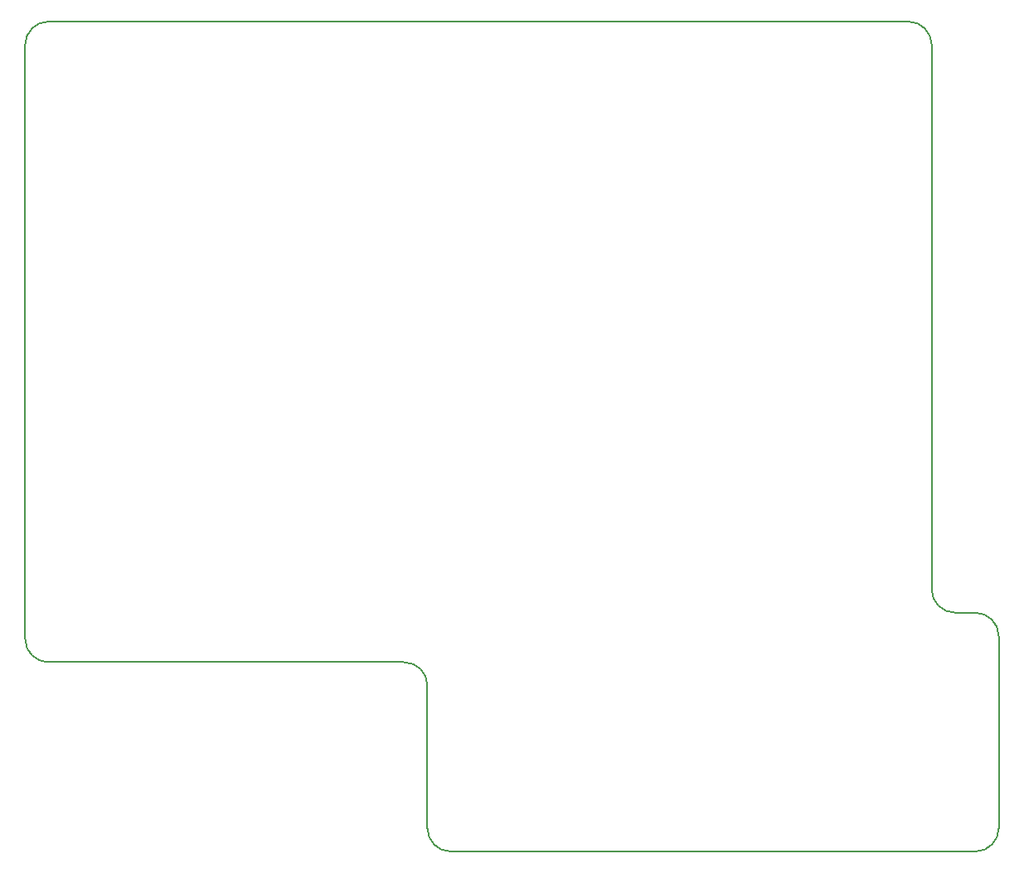
<source format=gm1>
G04 #@! TF.FileFunction,Profile,NP*
%FSLAX46Y46*%
G04 Gerber Fmt 4.6, Leading zero omitted, Abs format (unit mm)*
G04 Created by KiCad (PCBNEW 4.0.7) date 03/15/18 20:04:12*
%MOMM*%
%LPD*%
G01*
G04 APERTURE LIST*
%ADD10C,0.100000*%
%ADD11C,0.150000*%
G04 APERTURE END LIST*
D10*
D11*
X142875610Y-81558160D02*
X142875610Y-137220117D01*
X50304121Y-81558160D02*
X50304121Y-142280295D01*
X52685381Y-144661555D02*
X88999598Y-144661555D01*
X91380859Y-147042815D02*
X91380859Y-161628033D01*
X145256870Y-139601377D02*
X147340472Y-139601377D01*
X149721733Y-161628033D02*
X149721733Y-141982637D01*
X93762119Y-164009294D02*
X147340472Y-164009294D01*
X91380858Y-161628033D02*
G75*
G03X93762119Y-164009294I2381261J0D01*
G01*
X91380858Y-147042815D02*
G75*
G03X88999598Y-144661555I-2381260J0D01*
G01*
X142875610Y-137220117D02*
G75*
G03X145256870Y-139601377I2381260J0D01*
G01*
X149721732Y-141982637D02*
G75*
G03X147340472Y-139601377I-2381260J0D01*
G01*
X147340472Y-164009294D02*
G75*
G03X149721733Y-161628033I0J2381261D01*
G01*
X50304121Y-142280295D02*
G75*
G03X52685381Y-144661555I2381260J0D01*
G01*
X52685381Y-79176900D02*
X140494349Y-79176900D01*
X52685381Y-79176900D02*
G75*
G03X50304121Y-81558160I0J-2381260D01*
G01*
X142875609Y-81558160D02*
G75*
G03X140494349Y-79176900I-2381260J0D01*
G01*
M02*

</source>
